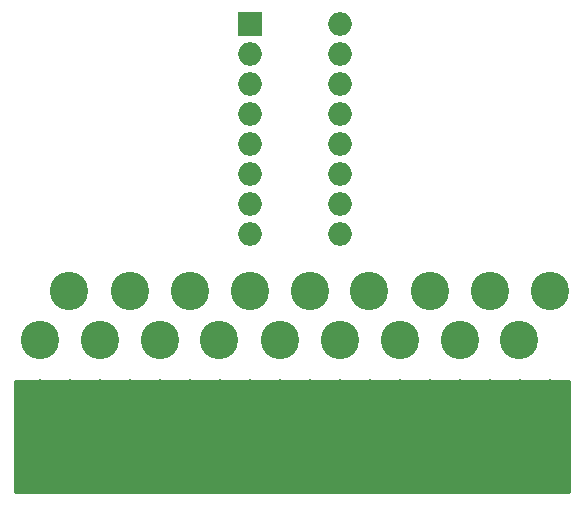
<source format=gbr>
G04 #@! TF.FileFunction,Soldermask,Top*
%FSLAX46Y46*%
G04 Gerber Fmt 4.6, Leading zero omitted, Abs format (unit mm)*
G04 Created by KiCad (PCBNEW 4.0.7) date 04/02/18 18:29:08*
%MOMM*%
%LPD*%
G01*
G04 APERTURE LIST*
%ADD10C,0.100000*%
%ADD11R,2.000000X2.000000*%
%ADD12O,2.000000X2.000000*%
%ADD13O,2.200000X8.400000*%
%ADD14C,3.250000*%
%ADD15C,0.254000*%
G04 APERTURE END LIST*
D10*
D11*
X138740000Y-104140000D03*
D12*
X146360000Y-121920000D03*
X138740000Y-106680000D03*
X146360000Y-119380000D03*
X138740000Y-109220000D03*
X146360000Y-116840000D03*
X138740000Y-111760000D03*
X146360000Y-114300000D03*
X138740000Y-114300000D03*
X146360000Y-111760000D03*
X138740000Y-116840000D03*
X146360000Y-109220000D03*
X138740000Y-119380000D03*
X146360000Y-106680000D03*
X138740000Y-121920000D03*
X146360000Y-104140000D03*
D13*
X164100000Y-138430000D03*
X161560000Y-138430000D03*
X159020000Y-138430000D03*
X156480000Y-138430000D03*
X153940000Y-138430000D03*
X151400000Y-138430000D03*
X148860000Y-138430000D03*
X146320000Y-138430000D03*
X143780000Y-138430000D03*
X141240000Y-138430000D03*
X138700000Y-138430000D03*
X136160000Y-138430000D03*
X133620000Y-138430000D03*
X131080000Y-138430000D03*
X128540000Y-138430000D03*
X126000000Y-138430000D03*
X123460000Y-138430000D03*
X120920000Y-138430000D03*
D14*
X123440000Y-126740000D03*
X143840000Y-126740000D03*
X126040000Y-130940000D03*
X146340000Y-130940000D03*
X128540000Y-126740000D03*
X148840000Y-126740000D03*
X131140000Y-130940000D03*
X151440000Y-130940000D03*
X133640000Y-126740000D03*
X153940000Y-126740000D03*
X136140000Y-130940000D03*
X156540000Y-130940000D03*
X138740000Y-126740000D03*
X159040000Y-126740000D03*
X141240000Y-130940000D03*
X161540000Y-130940000D03*
X164140000Y-126740000D03*
X120940000Y-130940000D03*
D15*
G36*
X165713000Y-143813000D02*
X118867000Y-143813000D01*
X118867000Y-134367000D01*
X165713000Y-134367000D01*
X165713000Y-143813000D01*
X165713000Y-143813000D01*
G37*
X165713000Y-143813000D02*
X118867000Y-143813000D01*
X118867000Y-134367000D01*
X165713000Y-134367000D01*
X165713000Y-143813000D01*
M02*

</source>
